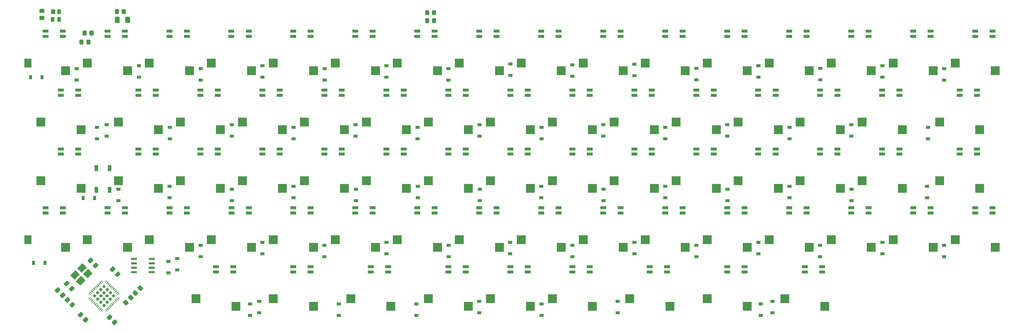
<source format=gbp>
G04 #@! TF.GenerationSoftware,KiCad,Pcbnew,(5.1.10-1-10_14)*
G04 #@! TF.CreationDate,2021-12-19T10:41:02+09:00*
G04 #@! TF.ProjectId,nora,6e6f7261-2e6b-4696-9361-645f70636258,DN:0030*
G04 #@! TF.SameCoordinates,Original*
G04 #@! TF.FileFunction,Paste,Bot*
G04 #@! TF.FilePolarity,Positive*
%FSLAX46Y46*%
G04 Gerber Fmt 4.6, Leading zero omitted, Abs format (unit mm)*
G04 Created by KiCad (PCBNEW (5.1.10-1-10_14)) date 2021-12-19 10:41:02*
%MOMM*%
%LPD*%
G01*
G04 APERTURE LIST*
%ADD10R,2.600000X2.600000*%
%ADD11R,1.200000X0.900000*%
%ADD12R,0.900000X1.200000*%
%ADD13R,2.100000X2.600000*%
%ADD14R,1.800000X0.820000*%
%ADD15C,0.100000*%
%ADD16R,1.000000X1.700000*%
%ADD17R,1.200000X1.400000*%
%ADD18R,1.000000X1.400000*%
G04 APERTURE END LIST*
D10*
X38919516Y-58825520D03*
X27369516Y-56625520D03*
X38919516Y-75825520D03*
X27369516Y-73625520D03*
X208583588Y-109825520D03*
X197033588Y-107625520D03*
X83567912Y-109825520D03*
X72017912Y-107625520D03*
X128216312Y-109825520D03*
X116666312Y-107625520D03*
X253231832Y-109825520D03*
X241681832Y-107625520D03*
X297880232Y-58825520D03*
X286330232Y-56625520D03*
X297880232Y-75825520D03*
X286330232Y-73625520D03*
D11*
X90250000Y-111700000D03*
X90250000Y-108400000D03*
D12*
X27693666Y-43725520D03*
X24393666Y-43725520D03*
X28550000Y-97300000D03*
X25250000Y-97300000D03*
D11*
X37693666Y-44525520D03*
X37693666Y-41225520D03*
X43493666Y-61525520D03*
X43493666Y-58225520D03*
D12*
X42850000Y-78600000D03*
X39550000Y-78600000D03*
D11*
X64100000Y-100150000D03*
X64100000Y-96850000D03*
X55593666Y-43725520D03*
X55593666Y-40425520D03*
X46293666Y-60725520D03*
X46293666Y-57425520D03*
X49700000Y-79350000D03*
X49700000Y-76050000D03*
X66600000Y-99350000D03*
X66600000Y-96050000D03*
X73400000Y-44525520D03*
X73400000Y-41225520D03*
X64493666Y-61525520D03*
X64493666Y-58225520D03*
X64400000Y-78500000D03*
X64400000Y-75200000D03*
X73400000Y-95500000D03*
X73400000Y-92200000D03*
X87600000Y-112500000D03*
X87600000Y-109200000D03*
X91193666Y-43725520D03*
X91193666Y-40425520D03*
X82400000Y-60725000D03*
X82400000Y-57425000D03*
X82400000Y-79350000D03*
X82400000Y-76050000D03*
X91200000Y-94700000D03*
X91200000Y-91400000D03*
X109093666Y-44525520D03*
X109093666Y-41225520D03*
X100200000Y-61525000D03*
X100200000Y-58225000D03*
X100150000Y-78500000D03*
X100150000Y-75200000D03*
X109050000Y-95500000D03*
X109050000Y-92200000D03*
X113200000Y-112500000D03*
X113200000Y-109200000D03*
X126893666Y-43725520D03*
X126893666Y-40425520D03*
X118025000Y-60725000D03*
X118025000Y-57425000D03*
X118100000Y-79350000D03*
X118100000Y-76050000D03*
X126950000Y-94700000D03*
X126950000Y-91400000D03*
X144793666Y-44525520D03*
X144793666Y-41225520D03*
X135925000Y-61525000D03*
X135925000Y-58225000D03*
X135950000Y-78500000D03*
X135950000Y-75200000D03*
X144850000Y-95500000D03*
X144850000Y-92200000D03*
X135550000Y-112500000D03*
X135550000Y-109200000D03*
X162649984Y-43225520D03*
X162649984Y-39925520D03*
X153775000Y-60725000D03*
X153775000Y-57425000D03*
X153800000Y-79350000D03*
X153800000Y-76050000D03*
X162600000Y-94700000D03*
X162600000Y-91400000D03*
X180500000Y-43425520D03*
X180500000Y-40125520D03*
X171600000Y-61525000D03*
X171600000Y-58225000D03*
X171550000Y-78500000D03*
X171550000Y-75200000D03*
X180550000Y-95500000D03*
X180550000Y-92200000D03*
X171600000Y-112500000D03*
X171600000Y-109200000D03*
X198349984Y-43325520D03*
X198349984Y-40025520D03*
X189425000Y-60725000D03*
X189425000Y-57425000D03*
X189500000Y-79350000D03*
X189500000Y-76050000D03*
X198400000Y-94700000D03*
X198400000Y-91400000D03*
X193550000Y-111700000D03*
X193550000Y-108400000D03*
X216243666Y-44475520D03*
X216243666Y-41175520D03*
X207275000Y-61525000D03*
X207275000Y-58225000D03*
X207300000Y-78500000D03*
X207300000Y-75200000D03*
X216250000Y-95500000D03*
X216250000Y-92200000D03*
X234750000Y-112500000D03*
X234750000Y-109200000D03*
X234093666Y-43725520D03*
X234093666Y-40425520D03*
X225150000Y-60725000D03*
X225150000Y-57425000D03*
X225200000Y-79350000D03*
X225200000Y-76050000D03*
X234100000Y-94700000D03*
X234100000Y-91400000D03*
X238150000Y-111700000D03*
X238150000Y-108400000D03*
X251993666Y-44475520D03*
X251993666Y-41175520D03*
X243075000Y-61525000D03*
X243075000Y-58225000D03*
X243100000Y-78500000D03*
X243100000Y-75200000D03*
X251900000Y-95500000D03*
X251900000Y-92200000D03*
X269793666Y-43725520D03*
X269793666Y-40425520D03*
X260850000Y-60725000D03*
X260850000Y-57425000D03*
X260900000Y-79350000D03*
X260900000Y-76050000D03*
X269850000Y-94700000D03*
X269850000Y-91400000D03*
X153700000Y-111700000D03*
X153700000Y-108400000D03*
X287593666Y-44525520D03*
X287593666Y-41225520D03*
X282925000Y-61525000D03*
X282925000Y-58225000D03*
X282700000Y-78500000D03*
X282700000Y-75200000D03*
X287650000Y-95500000D03*
X287650000Y-92200000D03*
D13*
X23654672Y-39625520D03*
D10*
X34454672Y-41825520D03*
D13*
X23654680Y-90625520D03*
D10*
X34454680Y-92825520D03*
X70173424Y-41825520D03*
X58623424Y-39625520D03*
X52314048Y-41825520D03*
X40764048Y-39625520D03*
X52314048Y-92825520D03*
X40764048Y-90625520D03*
X61243736Y-58825520D03*
X49693736Y-56625520D03*
X61243736Y-75825520D03*
X49693736Y-73625520D03*
X70173424Y-92825520D03*
X58623424Y-90625520D03*
X88032800Y-41825520D03*
X76482800Y-39625520D03*
X79103112Y-58825520D03*
X67553112Y-56625520D03*
X79103112Y-75825520D03*
X67553112Y-73625520D03*
X88032800Y-92825520D03*
X76482800Y-90625520D03*
X105892176Y-41825520D03*
X94342176Y-39625520D03*
X96962488Y-58825520D03*
X85412488Y-56625520D03*
X96962488Y-75825520D03*
X85412488Y-73625520D03*
X105892176Y-92825520D03*
X94342176Y-90625520D03*
X123751552Y-41825520D03*
X112201552Y-39625520D03*
X114821864Y-58825520D03*
X103271864Y-56625520D03*
X114821864Y-75825520D03*
X103271864Y-73625520D03*
X123751552Y-92825520D03*
X112201552Y-90625520D03*
X141610928Y-41825520D03*
X130060928Y-39625520D03*
X132681240Y-58825520D03*
X121131240Y-56625520D03*
X132681240Y-75825520D03*
X121131240Y-73625520D03*
X141610928Y-92825520D03*
X130060928Y-90625520D03*
X159470304Y-41825520D03*
X147920304Y-39625520D03*
X150540616Y-58825520D03*
X138990616Y-56625520D03*
X150540616Y-75825520D03*
X138990616Y-73625520D03*
X159470320Y-92825520D03*
X147920320Y-90625520D03*
X177329680Y-41825520D03*
X165779680Y-39625520D03*
X168399992Y-58825520D03*
X156849992Y-56625520D03*
X168399992Y-75825520D03*
X156849992Y-73625520D03*
X177329680Y-92825520D03*
X165779680Y-90625520D03*
X195189056Y-41825520D03*
X183639056Y-39625520D03*
X186259368Y-58825520D03*
X174709368Y-56625520D03*
X186259368Y-75825520D03*
X174709368Y-73625520D03*
X195189056Y-92825520D03*
X183639056Y-90625520D03*
X186259232Y-109825520D03*
X174709232Y-107625520D03*
X213048432Y-41825520D03*
X201498432Y-39625520D03*
X204118744Y-58825520D03*
X192568744Y-56625520D03*
X204118744Y-75825520D03*
X192568744Y-73625520D03*
X213048432Y-92825520D03*
X201498432Y-90625520D03*
X230907808Y-41825520D03*
X219357808Y-39625520D03*
X221978120Y-58825520D03*
X210428120Y-56625520D03*
X221978120Y-75825520D03*
X210428120Y-73625520D03*
X230907808Y-92825520D03*
X219357808Y-90625520D03*
X230907808Y-109825520D03*
X219357808Y-107625520D03*
X248767187Y-41825520D03*
X237217187Y-39625520D03*
X248766992Y-92825520D03*
X237216992Y-90625520D03*
X266626560Y-41825520D03*
X255076560Y-39625520D03*
X257696672Y-58825520D03*
X246146672Y-56625520D03*
X257696672Y-75825520D03*
X246146672Y-73625520D03*
X266626560Y-92825520D03*
X255076560Y-90625520D03*
X284485937Y-41825520D03*
X272935937Y-39625520D03*
X275556032Y-58825520D03*
X264006032Y-56625520D03*
X275556032Y-75825520D03*
X264006032Y-73625520D03*
X284485936Y-92825520D03*
X272935936Y-90625520D03*
X168399872Y-109825520D03*
X156849872Y-107625520D03*
X302345312Y-41825520D03*
X290795312Y-39625520D03*
X302345312Y-92825520D03*
X290795312Y-90625520D03*
X150540512Y-109825520D03*
X138990512Y-107625520D03*
X239837312Y-75825520D03*
X228287312Y-73625520D03*
X105892112Y-109825520D03*
X94342112Y-107625520D03*
X239837312Y-58825520D03*
X228287312Y-56625520D03*
D14*
X301565000Y-31925520D03*
X301565000Y-30425520D03*
X296565000Y-30425520D03*
X296565000Y-31925520D03*
G36*
G01*
X55050000Y-95995000D02*
X55050000Y-96295000D01*
G75*
G02*
X54900000Y-96445000I-150000J0D01*
G01*
X53450000Y-96445000D01*
G75*
G02*
X53300000Y-96295000I0J150000D01*
G01*
X53300000Y-95995000D01*
G75*
G02*
X53450000Y-95845000I150000J0D01*
G01*
X54900000Y-95845000D01*
G75*
G02*
X55050000Y-95995000I0J-150000D01*
G01*
G37*
G36*
G01*
X55050000Y-97265000D02*
X55050000Y-97565000D01*
G75*
G02*
X54900000Y-97715000I-150000J0D01*
G01*
X53450000Y-97715000D01*
G75*
G02*
X53300000Y-97565000I0J150000D01*
G01*
X53300000Y-97265000D01*
G75*
G02*
X53450000Y-97115000I150000J0D01*
G01*
X54900000Y-97115000D01*
G75*
G02*
X55050000Y-97265000I0J-150000D01*
G01*
G37*
G36*
G01*
X55050000Y-98535000D02*
X55050000Y-98835000D01*
G75*
G02*
X54900000Y-98985000I-150000J0D01*
G01*
X53450000Y-98985000D01*
G75*
G02*
X53300000Y-98835000I0J150000D01*
G01*
X53300000Y-98535000D01*
G75*
G02*
X53450000Y-98385000I150000J0D01*
G01*
X54900000Y-98385000D01*
G75*
G02*
X55050000Y-98535000I0J-150000D01*
G01*
G37*
G36*
G01*
X55050000Y-99805000D02*
X55050000Y-100105000D01*
G75*
G02*
X54900000Y-100255000I-150000J0D01*
G01*
X53450000Y-100255000D01*
G75*
G02*
X53300000Y-100105000I0J150000D01*
G01*
X53300000Y-99805000D01*
G75*
G02*
X53450000Y-99655000I150000J0D01*
G01*
X54900000Y-99655000D01*
G75*
G02*
X55050000Y-99805000I0J-150000D01*
G01*
G37*
G36*
G01*
X60200000Y-99805000D02*
X60200000Y-100105000D01*
G75*
G02*
X60050000Y-100255000I-150000J0D01*
G01*
X58600000Y-100255000D01*
G75*
G02*
X58450000Y-100105000I0J150000D01*
G01*
X58450000Y-99805000D01*
G75*
G02*
X58600000Y-99655000I150000J0D01*
G01*
X60050000Y-99655000D01*
G75*
G02*
X60200000Y-99805000I0J-150000D01*
G01*
G37*
G36*
G01*
X60200000Y-98535000D02*
X60200000Y-98835000D01*
G75*
G02*
X60050000Y-98985000I-150000J0D01*
G01*
X58600000Y-98985000D01*
G75*
G02*
X58450000Y-98835000I0J150000D01*
G01*
X58450000Y-98535000D01*
G75*
G02*
X58600000Y-98385000I150000J0D01*
G01*
X60050000Y-98385000D01*
G75*
G02*
X60200000Y-98535000I0J-150000D01*
G01*
G37*
G36*
G01*
X60200000Y-97265000D02*
X60200000Y-97565000D01*
G75*
G02*
X60050000Y-97715000I-150000J0D01*
G01*
X58600000Y-97715000D01*
G75*
G02*
X58450000Y-97565000I0J150000D01*
G01*
X58450000Y-97265000D01*
G75*
G02*
X58600000Y-97115000I150000J0D01*
G01*
X60050000Y-97115000D01*
G75*
G02*
X60200000Y-97265000I0J-150000D01*
G01*
G37*
G36*
G01*
X60200000Y-95995000D02*
X60200000Y-96295000D01*
G75*
G02*
X60050000Y-96445000I-150000J0D01*
G01*
X58600000Y-96445000D01*
G75*
G02*
X58450000Y-96295000I0J150000D01*
G01*
X58450000Y-95995000D01*
G75*
G02*
X58600000Y-95845000I150000J0D01*
G01*
X60050000Y-95845000D01*
G75*
G02*
X60200000Y-95995000I0J-150000D01*
G01*
G37*
D15*
G36*
X39368190Y-97358184D02*
G01*
X40640982Y-98630976D01*
X39156058Y-100115900D01*
X37883266Y-98843108D01*
X39368190Y-97358184D01*
G37*
G36*
X37317580Y-99408794D02*
G01*
X38590372Y-100681586D01*
X37105448Y-102166510D01*
X35832656Y-100893718D01*
X37317580Y-99408794D01*
G37*
G36*
X38943926Y-101035140D02*
G01*
X40216718Y-102307932D01*
X38731794Y-103792856D01*
X37459002Y-102520064D01*
X38943926Y-101035140D01*
G37*
G36*
X40994536Y-98984530D02*
G01*
X42267328Y-100257322D01*
X40782404Y-101742246D01*
X39509612Y-100469454D01*
X40994536Y-98984530D01*
G37*
D16*
X43349984Y-69950520D03*
X43349984Y-76250520D03*
X47149984Y-69950520D03*
X47149984Y-76250520D03*
D17*
X30895000Y-24800520D03*
D18*
X32615000Y-24800520D03*
X32615000Y-27000520D03*
X30715000Y-27000520D03*
G36*
G01*
X50075000Y-26550520D02*
X50075000Y-27800520D01*
G75*
G02*
X49825000Y-28050520I-250000J0D01*
G01*
X48900000Y-28050520D01*
G75*
G02*
X48650000Y-27800520I0J250000D01*
G01*
X48650000Y-26550520D01*
G75*
G02*
X48900000Y-26300520I250000J0D01*
G01*
X49825000Y-26300520D01*
G75*
G02*
X50075000Y-26550520I0J-250000D01*
G01*
G37*
G36*
G01*
X53050000Y-26550520D02*
X53050000Y-27800520D01*
G75*
G02*
X52800000Y-28050520I-250000J0D01*
G01*
X51875000Y-28050520D01*
G75*
G02*
X51625000Y-27800520I0J250000D01*
G01*
X51625000Y-26550520D01*
G75*
G02*
X51875000Y-26300520I250000J0D01*
G01*
X52800000Y-26300520D01*
G75*
G02*
X53050000Y-26550520I0J-250000D01*
G01*
G37*
G36*
G01*
X140050000Y-27850001D02*
X140050000Y-26949999D01*
G75*
G02*
X140299999Y-26700000I249999J0D01*
G01*
X141000001Y-26700000D01*
G75*
G02*
X141250000Y-26949999I0J-249999D01*
G01*
X141250000Y-27850001D01*
G75*
G02*
X141000001Y-28100000I-249999J0D01*
G01*
X140299999Y-28100000D01*
G75*
G02*
X140050000Y-27850001I0J249999D01*
G01*
G37*
G36*
G01*
X138050000Y-27850001D02*
X138050000Y-26949999D01*
G75*
G02*
X138299999Y-26700000I249999J0D01*
G01*
X139000001Y-26700000D01*
G75*
G02*
X139250000Y-26949999I0J-249999D01*
G01*
X139250000Y-27850001D01*
G75*
G02*
X139000001Y-28100000I-249999J0D01*
G01*
X138299999Y-28100000D01*
G75*
G02*
X138050000Y-27850001I0J249999D01*
G01*
G37*
G36*
G01*
X140050000Y-25550001D02*
X140050000Y-24649999D01*
G75*
G02*
X140299999Y-24400000I249999J0D01*
G01*
X141000001Y-24400000D01*
G75*
G02*
X141250000Y-24649999I0J-249999D01*
G01*
X141250000Y-25550001D01*
G75*
G02*
X141000001Y-25800000I-249999J0D01*
G01*
X140299999Y-25800000D01*
G75*
G02*
X140050000Y-25550001I0J249999D01*
G01*
G37*
G36*
G01*
X138050000Y-25550001D02*
X138050000Y-24649999D01*
G75*
G02*
X138299999Y-24400000I249999J0D01*
G01*
X139000001Y-24400000D01*
G75*
G02*
X139250000Y-24649999I0J-249999D01*
G01*
X139250000Y-25550001D01*
G75*
G02*
X139000001Y-25800000I-249999J0D01*
G01*
X138299999Y-25800000D01*
G75*
G02*
X138050000Y-25550001I0J249999D01*
G01*
G37*
D15*
G36*
X45549992Y-110102960D02*
G01*
X45003752Y-109556720D01*
X45549992Y-109010480D01*
X46096232Y-109556720D01*
X45549992Y-110102960D01*
G37*
G36*
X44639592Y-109192560D02*
G01*
X44093352Y-108646320D01*
X44639592Y-108100080D01*
X45185832Y-108646320D01*
X44639592Y-109192560D01*
G37*
G36*
X43729192Y-108282160D02*
G01*
X43182952Y-107735920D01*
X43729192Y-107189680D01*
X44275432Y-107735920D01*
X43729192Y-108282160D01*
G37*
G36*
X42818792Y-107371760D02*
G01*
X42272552Y-106825520D01*
X42818792Y-106279280D01*
X43365032Y-106825520D01*
X42818792Y-107371760D01*
G37*
G36*
X46460392Y-109192560D02*
G01*
X45914152Y-108646320D01*
X46460392Y-108100080D01*
X47006632Y-108646320D01*
X46460392Y-109192560D01*
G37*
G36*
X45549992Y-108282160D02*
G01*
X45003752Y-107735920D01*
X45549992Y-107189680D01*
X46096232Y-107735920D01*
X45549992Y-108282160D01*
G37*
G36*
X44639592Y-107371760D02*
G01*
X44093352Y-106825520D01*
X44639592Y-106279280D01*
X45185832Y-106825520D01*
X44639592Y-107371760D01*
G37*
G36*
X43729192Y-106461360D02*
G01*
X43182952Y-105915120D01*
X43729192Y-105368880D01*
X44275432Y-105915120D01*
X43729192Y-106461360D01*
G37*
G36*
X47370792Y-108282160D02*
G01*
X46824552Y-107735920D01*
X47370792Y-107189680D01*
X47917032Y-107735920D01*
X47370792Y-108282160D01*
G37*
G36*
X46460392Y-107371760D02*
G01*
X45914152Y-106825520D01*
X46460392Y-106279280D01*
X47006632Y-106825520D01*
X46460392Y-107371760D01*
G37*
G36*
X45549992Y-106461360D02*
G01*
X45003752Y-105915120D01*
X45549992Y-105368880D01*
X46096232Y-105915120D01*
X45549992Y-106461360D01*
G37*
G36*
X44639592Y-105550960D02*
G01*
X44093352Y-105004720D01*
X44639592Y-104458480D01*
X45185832Y-105004720D01*
X44639592Y-105550960D01*
G37*
G36*
X48281192Y-107371760D02*
G01*
X47734952Y-106825520D01*
X48281192Y-106279280D01*
X48827432Y-106825520D01*
X48281192Y-107371760D01*
G37*
G36*
X47370792Y-106461360D02*
G01*
X46824552Y-105915120D01*
X47370792Y-105368880D01*
X47917032Y-105915120D01*
X47370792Y-106461360D01*
G37*
G36*
X46460392Y-105550960D02*
G01*
X45914152Y-105004720D01*
X46460392Y-104458480D01*
X47006632Y-105004720D01*
X46460392Y-105550960D01*
G37*
G36*
X45549992Y-104640560D02*
G01*
X45003752Y-104094320D01*
X45549992Y-103548080D01*
X46096232Y-104094320D01*
X45549992Y-104640560D01*
G37*
G36*
X45850512Y-110838351D02*
G01*
X46027289Y-110661574D01*
X46522264Y-111156549D01*
X46345487Y-111333326D01*
X45850512Y-110838351D01*
G37*
G36*
X46204065Y-110484798D02*
G01*
X46380842Y-110308021D01*
X46875817Y-110802996D01*
X46699040Y-110979773D01*
X46204065Y-110484798D01*
G37*
G36*
X46557619Y-110131244D02*
G01*
X46734396Y-109954467D01*
X47229371Y-110449442D01*
X47052594Y-110626219D01*
X46557619Y-110131244D01*
G37*
G36*
X46911172Y-109777691D02*
G01*
X47087949Y-109600914D01*
X47582924Y-110095889D01*
X47406147Y-110272666D01*
X46911172Y-109777691D01*
G37*
G36*
X47264726Y-109424137D02*
G01*
X47441503Y-109247360D01*
X47936478Y-109742335D01*
X47759701Y-109919112D01*
X47264726Y-109424137D01*
G37*
G36*
X47618279Y-109070584D02*
G01*
X47795056Y-108893807D01*
X48290031Y-109388782D01*
X48113254Y-109565559D01*
X47618279Y-109070584D01*
G37*
G36*
X47971832Y-108717031D02*
G01*
X48148609Y-108540254D01*
X48643584Y-109035229D01*
X48466807Y-109212006D01*
X47971832Y-108717031D01*
G37*
G36*
X48325386Y-108363477D02*
G01*
X48502163Y-108186700D01*
X48997138Y-108681675D01*
X48820361Y-108858452D01*
X48325386Y-108363477D01*
G37*
G36*
X48678939Y-108009924D02*
G01*
X48855716Y-107833147D01*
X49350691Y-108328122D01*
X49173914Y-108504899D01*
X48678939Y-108009924D01*
G37*
G36*
X49032493Y-107656370D02*
G01*
X49209270Y-107479593D01*
X49704245Y-107974568D01*
X49527468Y-108151345D01*
X49032493Y-107656370D01*
G37*
G36*
X49386046Y-107302817D02*
G01*
X49562823Y-107126040D01*
X50057798Y-107621015D01*
X49881021Y-107797792D01*
X49386046Y-107302817D01*
G37*
G36*
X49562823Y-106525000D02*
G01*
X49386046Y-106348223D01*
X49881021Y-105853248D01*
X50057798Y-106030025D01*
X49562823Y-106525000D01*
G37*
G36*
X49209270Y-106171447D02*
G01*
X49032493Y-105994670D01*
X49527468Y-105499695D01*
X49704245Y-105676472D01*
X49209270Y-106171447D01*
G37*
G36*
X48855716Y-105817893D02*
G01*
X48678939Y-105641116D01*
X49173914Y-105146141D01*
X49350691Y-105322918D01*
X48855716Y-105817893D01*
G37*
G36*
X48502163Y-105464340D02*
G01*
X48325386Y-105287563D01*
X48820361Y-104792588D01*
X48997138Y-104969365D01*
X48502163Y-105464340D01*
G37*
G36*
X48148609Y-105110786D02*
G01*
X47971832Y-104934009D01*
X48466807Y-104439034D01*
X48643584Y-104615811D01*
X48148609Y-105110786D01*
G37*
G36*
X47795056Y-104757233D02*
G01*
X47618279Y-104580456D01*
X48113254Y-104085481D01*
X48290031Y-104262258D01*
X47795056Y-104757233D01*
G37*
G36*
X47441503Y-104403680D02*
G01*
X47264726Y-104226903D01*
X47759701Y-103731928D01*
X47936478Y-103908705D01*
X47441503Y-104403680D01*
G37*
G36*
X47087949Y-104050126D02*
G01*
X46911172Y-103873349D01*
X47406147Y-103378374D01*
X47582924Y-103555151D01*
X47087949Y-104050126D01*
G37*
G36*
X46734396Y-103696573D02*
G01*
X46557619Y-103519796D01*
X47052594Y-103024821D01*
X47229371Y-103201598D01*
X46734396Y-103696573D01*
G37*
G36*
X46380842Y-103343019D02*
G01*
X46204065Y-103166242D01*
X46699040Y-102671267D01*
X46875817Y-102848044D01*
X46380842Y-103343019D01*
G37*
G36*
X46027289Y-102989466D02*
G01*
X45850512Y-102812689D01*
X46345487Y-102317714D01*
X46522264Y-102494491D01*
X46027289Y-102989466D01*
G37*
G36*
X44577720Y-102494491D02*
G01*
X44754497Y-102317714D01*
X45249472Y-102812689D01*
X45072695Y-102989466D01*
X44577720Y-102494491D01*
G37*
G36*
X44224167Y-102848044D02*
G01*
X44400944Y-102671267D01*
X44895919Y-103166242D01*
X44719142Y-103343019D01*
X44224167Y-102848044D01*
G37*
G36*
X43870613Y-103201598D02*
G01*
X44047390Y-103024821D01*
X44542365Y-103519796D01*
X44365588Y-103696573D01*
X43870613Y-103201598D01*
G37*
G36*
X43517060Y-103555151D02*
G01*
X43693837Y-103378374D01*
X44188812Y-103873349D01*
X44012035Y-104050126D01*
X43517060Y-103555151D01*
G37*
G36*
X43163506Y-103908705D02*
G01*
X43340283Y-103731928D01*
X43835258Y-104226903D01*
X43658481Y-104403680D01*
X43163506Y-103908705D01*
G37*
G36*
X42809953Y-104262258D02*
G01*
X42986730Y-104085481D01*
X43481705Y-104580456D01*
X43304928Y-104757233D01*
X42809953Y-104262258D01*
G37*
G36*
X42456400Y-104615811D02*
G01*
X42633177Y-104439034D01*
X43128152Y-104934009D01*
X42951375Y-105110786D01*
X42456400Y-104615811D01*
G37*
G36*
X42102846Y-104969365D02*
G01*
X42279623Y-104792588D01*
X42774598Y-105287563D01*
X42597821Y-105464340D01*
X42102846Y-104969365D01*
G37*
G36*
X41749293Y-105322918D02*
G01*
X41926070Y-105146141D01*
X42421045Y-105641116D01*
X42244268Y-105817893D01*
X41749293Y-105322918D01*
G37*
G36*
X41395739Y-105676472D02*
G01*
X41572516Y-105499695D01*
X42067491Y-105994670D01*
X41890714Y-106171447D01*
X41395739Y-105676472D01*
G37*
G36*
X41042186Y-106030025D02*
G01*
X41218963Y-105853248D01*
X41713938Y-106348223D01*
X41537161Y-106525000D01*
X41042186Y-106030025D01*
G37*
G36*
X41218963Y-107797792D02*
G01*
X41042186Y-107621015D01*
X41537161Y-107126040D01*
X41713938Y-107302817D01*
X41218963Y-107797792D01*
G37*
G36*
X41572516Y-108151345D02*
G01*
X41395739Y-107974568D01*
X41890714Y-107479593D01*
X42067491Y-107656370D01*
X41572516Y-108151345D01*
G37*
G36*
X41926070Y-108504899D02*
G01*
X41749293Y-108328122D01*
X42244268Y-107833147D01*
X42421045Y-108009924D01*
X41926070Y-108504899D01*
G37*
G36*
X42279623Y-108858452D02*
G01*
X42102846Y-108681675D01*
X42597821Y-108186700D01*
X42774598Y-108363477D01*
X42279623Y-108858452D01*
G37*
G36*
X42633177Y-109212006D02*
G01*
X42456400Y-109035229D01*
X42951375Y-108540254D01*
X43128152Y-108717031D01*
X42633177Y-109212006D01*
G37*
G36*
X42986730Y-109565559D02*
G01*
X42809953Y-109388782D01*
X43304928Y-108893807D01*
X43481705Y-109070584D01*
X42986730Y-109565559D01*
G37*
G36*
X43340283Y-109919112D02*
G01*
X43163506Y-109742335D01*
X43658481Y-109247360D01*
X43835258Y-109424137D01*
X43340283Y-109919112D01*
G37*
G36*
X43693837Y-110272666D02*
G01*
X43517060Y-110095889D01*
X44012035Y-109600914D01*
X44188812Y-109777691D01*
X43693837Y-110272666D01*
G37*
G36*
X44047390Y-110626219D02*
G01*
X43870613Y-110449442D01*
X44365588Y-109954467D01*
X44542365Y-110131244D01*
X44047390Y-110626219D01*
G37*
G36*
X44400944Y-110979773D02*
G01*
X44224167Y-110802996D01*
X44719142Y-110308021D01*
X44895919Y-110484798D01*
X44400944Y-110979773D01*
G37*
G36*
X44754497Y-111333326D02*
G01*
X44577720Y-111156549D01*
X45072695Y-110661574D01*
X45249472Y-110838351D01*
X44754497Y-111333326D01*
G37*
G36*
G01*
X47901301Y-113062304D02*
X47229550Y-113734055D01*
G75*
G02*
X46875996Y-113734055I-176777J176777D01*
G01*
X46398699Y-113256758D01*
G75*
G02*
X46398699Y-112903204I176777J176777D01*
G01*
X47070450Y-112231453D01*
G75*
G02*
X47424004Y-112231453I176777J-176777D01*
G01*
X47901301Y-112708750D01*
G75*
G02*
X47901301Y-113062304I-176777J-176777D01*
G01*
G37*
G36*
G01*
X49368547Y-114529550D02*
X48696796Y-115201301D01*
G75*
G02*
X48343242Y-115201301I-176777J176777D01*
G01*
X47865945Y-114724004D01*
G75*
G02*
X47865945Y-114370450I176777J176777D01*
G01*
X48537696Y-113698699D01*
G75*
G02*
X48891250Y-113698699I176777J-176777D01*
G01*
X49368547Y-114175996D01*
G75*
G02*
X49368547Y-114529550I-176777J-176777D01*
G01*
G37*
G36*
G01*
X42417678Y-96645927D02*
X41745927Y-97317678D01*
G75*
G02*
X41392373Y-97317678I-176777J176777D01*
G01*
X40915076Y-96840381D01*
G75*
G02*
X40915076Y-96486827I176777J176777D01*
G01*
X41586827Y-95815076D01*
G75*
G02*
X41940381Y-95815076I176777J-176777D01*
G01*
X42417678Y-96292373D01*
G75*
G02*
X42417678Y-96645927I-176777J-176777D01*
G01*
G37*
G36*
G01*
X43884924Y-98113173D02*
X43213173Y-98784924D01*
G75*
G02*
X42859619Y-98784924I-176777J176777D01*
G01*
X42382322Y-98307627D01*
G75*
G02*
X42382322Y-97954073I176777J176777D01*
G01*
X43054073Y-97282322D01*
G75*
G02*
X43407627Y-97282322I176777J-176777D01*
G01*
X43884924Y-97759619D01*
G75*
G02*
X43884924Y-98113173I-176777J-176777D01*
G01*
G37*
G36*
G01*
X35482322Y-104654073D02*
X36154073Y-103982322D01*
G75*
G02*
X36507627Y-103982322I176777J-176777D01*
G01*
X36984924Y-104459619D01*
G75*
G02*
X36984924Y-104813173I-176777J-176777D01*
G01*
X36313173Y-105484924D01*
G75*
G02*
X35959619Y-105484924I-176777J176777D01*
G01*
X35482322Y-105007627D01*
G75*
G02*
X35482322Y-104654073I176777J176777D01*
G01*
G37*
G36*
G01*
X34015076Y-103186827D02*
X34686827Y-102515076D01*
G75*
G02*
X35040381Y-102515076I176777J-176777D01*
G01*
X35517678Y-102992373D01*
G75*
G02*
X35517678Y-103345927I-176777J-176777D01*
G01*
X34845927Y-104017678D01*
G75*
G02*
X34492373Y-104017678I-176777J176777D01*
G01*
X34015076Y-103540381D01*
G75*
G02*
X34015076Y-103186827I176777J176777D01*
G01*
G37*
G36*
G01*
X48732322Y-100504073D02*
X49404073Y-99832322D01*
G75*
G02*
X49757627Y-99832322I176777J-176777D01*
G01*
X50234924Y-100309619D01*
G75*
G02*
X50234924Y-100663173I-176777J-176777D01*
G01*
X49563173Y-101334924D01*
G75*
G02*
X49209619Y-101334924I-176777J176777D01*
G01*
X48732322Y-100857627D01*
G75*
G02*
X48732322Y-100504073I176777J176777D01*
G01*
G37*
G36*
G01*
X47265076Y-99036827D02*
X47936827Y-98365076D01*
G75*
G02*
X48290381Y-98365076I176777J-176777D01*
G01*
X48767678Y-98842373D01*
G75*
G02*
X48767678Y-99195927I-176777J-176777D01*
G01*
X48095927Y-99867678D01*
G75*
G02*
X47742373Y-99867678I-176777J176777D01*
G01*
X47265076Y-99390381D01*
G75*
G02*
X47265076Y-99036827I176777J176777D01*
G01*
G37*
G36*
G01*
X53204073Y-108067678D02*
X52532322Y-107395927D01*
G75*
G02*
X52532322Y-107042373I176777J176777D01*
G01*
X53009619Y-106565076D01*
G75*
G02*
X53363173Y-106565076I176777J-176777D01*
G01*
X54034924Y-107236827D01*
G75*
G02*
X54034924Y-107590381I-176777J-176777D01*
G01*
X53557627Y-108067678D01*
G75*
G02*
X53204073Y-108067678I-176777J176777D01*
G01*
G37*
G36*
G01*
X51736827Y-109534924D02*
X51065076Y-108863173D01*
G75*
G02*
X51065076Y-108509619I176777J176777D01*
G01*
X51542373Y-108032322D01*
G75*
G02*
X51895927Y-108032322I176777J-176777D01*
G01*
X52567678Y-108704073D01*
G75*
G02*
X52567678Y-109057627I-176777J-176777D01*
G01*
X52090381Y-109534924D01*
G75*
G02*
X51736827Y-109534924I-176777J176777D01*
G01*
G37*
G36*
G01*
X39482322Y-113654073D02*
X40154073Y-112982322D01*
G75*
G02*
X40507627Y-112982322I176777J-176777D01*
G01*
X40984924Y-113459619D01*
G75*
G02*
X40984924Y-113813173I-176777J-176777D01*
G01*
X40313173Y-114484924D01*
G75*
G02*
X39959619Y-114484924I-176777J176777D01*
G01*
X39482322Y-114007627D01*
G75*
G02*
X39482322Y-113654073I176777J176777D01*
G01*
G37*
G36*
G01*
X38015076Y-112186827D02*
X38686827Y-111515076D01*
G75*
G02*
X39040381Y-111515076I176777J-176777D01*
G01*
X39517678Y-111992373D01*
G75*
G02*
X39517678Y-112345927I-176777J-176777D01*
G01*
X38845927Y-113017678D01*
G75*
G02*
X38492373Y-113017678I-176777J176777D01*
G01*
X38015076Y-112540381D01*
G75*
G02*
X38015076Y-112186827I176777J176777D01*
G01*
G37*
G36*
G01*
X32882322Y-106554073D02*
X33554073Y-105882322D01*
G75*
G02*
X33907627Y-105882322I176777J-176777D01*
G01*
X34384924Y-106359619D01*
G75*
G02*
X34384924Y-106713173I-176777J-176777D01*
G01*
X33713173Y-107384924D01*
G75*
G02*
X33359619Y-107384924I-176777J176777D01*
G01*
X32882322Y-106907627D01*
G75*
G02*
X32882322Y-106554073I176777J176777D01*
G01*
G37*
G36*
G01*
X31415076Y-105086827D02*
X32086827Y-104415076D01*
G75*
G02*
X32440381Y-104415076I176777J-176777D01*
G01*
X32917678Y-104892373D01*
G75*
G02*
X32917678Y-105245927I-176777J-176777D01*
G01*
X32245927Y-105917678D01*
G75*
G02*
X31892373Y-105917678I-176777J176777D01*
G01*
X31415076Y-105440381D01*
G75*
G02*
X31415076Y-105086827I176777J176777D01*
G01*
G37*
G36*
G01*
X50650000Y-25225521D02*
X50650000Y-24325519D01*
G75*
G02*
X50899999Y-24075520I249999J0D01*
G01*
X51600001Y-24075520D01*
G75*
G02*
X51850000Y-24325519I0J-249999D01*
G01*
X51850000Y-25225521D01*
G75*
G02*
X51600001Y-25475520I-249999J0D01*
G01*
X50899999Y-25475520D01*
G75*
G02*
X50650000Y-25225521I0J249999D01*
G01*
G37*
G36*
G01*
X48650000Y-25225521D02*
X48650000Y-24325519D01*
G75*
G02*
X48899999Y-24075520I249999J0D01*
G01*
X49600001Y-24075520D01*
G75*
G02*
X49850000Y-24325519I0J-249999D01*
G01*
X49850000Y-25225521D01*
G75*
G02*
X49600001Y-25475520I-249999J0D01*
G01*
X48899999Y-25475520D01*
G75*
G02*
X48650000Y-25225521I0J249999D01*
G01*
G37*
G36*
G01*
X27199999Y-26000520D02*
X28100001Y-26000520D01*
G75*
G02*
X28350000Y-26250519I0J-249999D01*
G01*
X28350000Y-26950521D01*
G75*
G02*
X28100001Y-27200520I-249999J0D01*
G01*
X27199999Y-27200520D01*
G75*
G02*
X26950000Y-26950521I0J249999D01*
G01*
X26950000Y-26250519D01*
G75*
G02*
X27199999Y-26000520I249999J0D01*
G01*
G37*
G36*
G01*
X27199999Y-24000520D02*
X28100001Y-24000520D01*
G75*
G02*
X28350000Y-24250519I0J-249999D01*
G01*
X28350000Y-24950521D01*
G75*
G02*
X28100001Y-25200520I-249999J0D01*
G01*
X27199999Y-25200520D01*
G75*
G02*
X26950000Y-24950521I0J249999D01*
G01*
X26950000Y-24250519D01*
G75*
G02*
X27199999Y-24000520I249999J0D01*
G01*
G37*
G36*
G01*
X40550000Y-30525519D02*
X40550000Y-31425521D01*
G75*
G02*
X40300001Y-31675520I-249999J0D01*
G01*
X39599999Y-31675520D01*
G75*
G02*
X39350000Y-31425521I0J249999D01*
G01*
X39350000Y-30525519D01*
G75*
G02*
X39599999Y-30275520I249999J0D01*
G01*
X40300001Y-30275520D01*
G75*
G02*
X40550000Y-30525519I0J-249999D01*
G01*
G37*
G36*
G01*
X42550000Y-30525519D02*
X42550000Y-31425521D01*
G75*
G02*
X42300001Y-31675520I-249999J0D01*
G01*
X41599999Y-31675520D01*
G75*
G02*
X41350000Y-31425521I0J249999D01*
G01*
X41350000Y-30525519D01*
G75*
G02*
X41599999Y-30275520I249999J0D01*
G01*
X42300001Y-30275520D01*
G75*
G02*
X42550000Y-30525519I0J-249999D01*
G01*
G37*
G36*
G01*
X40450000Y-34025521D02*
X40450000Y-33125519D01*
G75*
G02*
X40699999Y-32875520I249999J0D01*
G01*
X41400001Y-32875520D01*
G75*
G02*
X41650000Y-33125519I0J-249999D01*
G01*
X41650000Y-34025521D01*
G75*
G02*
X41400001Y-34275520I-249999J0D01*
G01*
X40699999Y-34275520D01*
G75*
G02*
X40450000Y-34025521I0J249999D01*
G01*
G37*
G36*
G01*
X38450000Y-34025521D02*
X38450000Y-33125519D01*
G75*
G02*
X38699999Y-32875520I249999J0D01*
G01*
X39400001Y-32875520D01*
G75*
G02*
X39650000Y-33125519I0J-249999D01*
G01*
X39650000Y-34025521D01*
G75*
G02*
X39400001Y-34275520I-249999J0D01*
G01*
X38699999Y-34275520D01*
G75*
G02*
X38450000Y-34025521I0J249999D01*
G01*
G37*
G36*
G01*
X35664644Y-109301042D02*
X36301042Y-108664644D01*
G75*
G02*
X36654594Y-108664644I176776J-176776D01*
G01*
X37149570Y-109159620D01*
G75*
G02*
X37149570Y-109513172I-176776J-176776D01*
G01*
X36513172Y-110149570D01*
G75*
G02*
X36159620Y-110149570I-176776J176776D01*
G01*
X35664644Y-109654594D01*
G75*
G02*
X35664644Y-109301042I176776J176776D01*
G01*
G37*
G36*
G01*
X34250430Y-107886828D02*
X34886828Y-107250430D01*
G75*
G02*
X35240380Y-107250430I176776J-176776D01*
G01*
X35735356Y-107745406D01*
G75*
G02*
X35735356Y-108098958I-176776J-176776D01*
G01*
X35098958Y-108735356D01*
G75*
G02*
X34745406Y-108735356I-176776J176776D01*
G01*
X34250430Y-108240380D01*
G75*
G02*
X34250430Y-107886828I176776J176776D01*
G01*
G37*
G36*
G01*
X54698958Y-105264644D02*
X55335356Y-105901042D01*
G75*
G02*
X55335356Y-106254594I-176776J-176776D01*
G01*
X54840380Y-106749570D01*
G75*
G02*
X54486828Y-106749570I-176776J176776D01*
G01*
X53850430Y-106113172D01*
G75*
G02*
X53850430Y-105759620I176776J176776D01*
G01*
X54345406Y-105264644D01*
G75*
G02*
X54698958Y-105264644I176776J-176776D01*
G01*
G37*
G36*
G01*
X56113172Y-103850430D02*
X56749570Y-104486828D01*
G75*
G02*
X56749570Y-104840380I-176776J-176776D01*
G01*
X56254594Y-105335356D01*
G75*
G02*
X55901042Y-105335356I-176776J176776D01*
G01*
X55264644Y-104698958D01*
G75*
G02*
X55264644Y-104345406I176776J176776D01*
G01*
X55759620Y-103850430D01*
G75*
G02*
X56113172Y-103850430I176776J-176776D01*
G01*
G37*
D14*
X33679672Y-31925520D03*
X33679672Y-30425520D03*
X28679672Y-30425520D03*
X28679672Y-31925520D03*
X46534333Y-31925520D03*
X46534333Y-30425520D03*
X51534333Y-30425520D03*
X51534333Y-31925520D03*
X69393666Y-31925520D03*
X69393666Y-30425520D03*
X64393666Y-30425520D03*
X64393666Y-31925520D03*
X82252999Y-31925520D03*
X82252999Y-30425520D03*
X87252999Y-30425520D03*
X87252999Y-31925520D03*
X105112332Y-31925520D03*
X105112332Y-30425520D03*
X100112332Y-30425520D03*
X100112332Y-31925520D03*
X117971665Y-31925520D03*
X117971665Y-30425520D03*
X122971665Y-30425520D03*
X122971665Y-31925520D03*
X140830998Y-31925520D03*
X140830998Y-30425520D03*
X135830998Y-30425520D03*
X135830998Y-31925520D03*
X153690331Y-31925520D03*
X153690331Y-30425520D03*
X158690331Y-30425520D03*
X158690331Y-31925520D03*
X176549664Y-31925520D03*
X176549664Y-30425520D03*
X171549664Y-30425520D03*
X171549664Y-31925520D03*
X189408997Y-31925520D03*
X189408997Y-30425520D03*
X194408997Y-30425520D03*
X194408997Y-31925520D03*
X212268330Y-31925520D03*
X212268330Y-30425520D03*
X207268330Y-30425520D03*
X207268330Y-31925520D03*
X225127663Y-31925520D03*
X225127663Y-30425520D03*
X230127663Y-30425520D03*
X230127663Y-31925520D03*
X247986996Y-31925520D03*
X247986996Y-30425520D03*
X242986996Y-30425520D03*
X242986996Y-31925520D03*
X260846329Y-31925520D03*
X260846329Y-30425520D03*
X265846329Y-30425520D03*
X265846329Y-31925520D03*
X278705662Y-31925520D03*
X278705662Y-30425520D03*
X283705662Y-30425520D03*
X283705662Y-31925520D03*
X292100506Y-47425520D03*
X292100506Y-48925520D03*
X297100506Y-48925520D03*
X297100506Y-47425520D03*
X274776306Y-47425520D03*
X274776306Y-48925520D03*
X269776306Y-48925520D03*
X269776306Y-47425520D03*
X251916946Y-47425520D03*
X251916946Y-48925520D03*
X256916946Y-48925520D03*
X256916946Y-47425520D03*
X239057586Y-47425520D03*
X239057586Y-48925520D03*
X234057586Y-48925520D03*
X234057586Y-47425520D03*
X216198226Y-47425520D03*
X216198226Y-48925520D03*
X221198226Y-48925520D03*
X221198226Y-47425520D03*
X203338866Y-47425520D03*
X203338866Y-48925520D03*
X198338866Y-48925520D03*
X198338866Y-47425520D03*
X180479506Y-47425520D03*
X180479506Y-48925520D03*
X185479506Y-48925520D03*
X185479506Y-47425520D03*
X167620146Y-47425520D03*
X167620146Y-48925520D03*
X162620146Y-48925520D03*
X162620146Y-47425520D03*
X144760786Y-47425520D03*
X144760786Y-48925520D03*
X149760786Y-48925520D03*
X149760786Y-47425520D03*
X131901426Y-47425520D03*
X131901426Y-48925520D03*
X126901426Y-48925520D03*
X126901426Y-47425520D03*
X109042066Y-47425520D03*
X109042066Y-48925520D03*
X114042066Y-48925520D03*
X114042066Y-47425520D03*
X96182706Y-47425520D03*
X96182706Y-48925520D03*
X91182706Y-48925520D03*
X91182706Y-47425520D03*
X73323346Y-47425520D03*
X73323346Y-48925520D03*
X78323346Y-48925520D03*
X78323346Y-47425520D03*
X55463986Y-47425520D03*
X55463986Y-48925520D03*
X60463986Y-48925520D03*
X60463986Y-47425520D03*
X38139786Y-47425520D03*
X38139786Y-48925520D03*
X33139786Y-48925520D03*
X33139786Y-47425520D03*
X33139786Y-65925520D03*
X33139786Y-64425520D03*
X38139786Y-64425520D03*
X38139786Y-65925520D03*
X60463986Y-65925520D03*
X60463986Y-64425520D03*
X55463986Y-64425520D03*
X55463986Y-65925520D03*
X73323346Y-65925520D03*
X73323346Y-64425520D03*
X78323346Y-64425520D03*
X78323346Y-65925520D03*
X96182706Y-65925520D03*
X96182706Y-64425520D03*
X91182706Y-64425520D03*
X91182706Y-65925520D03*
X109042066Y-65925520D03*
X109042066Y-64425520D03*
X114042066Y-64425520D03*
X114042066Y-65925520D03*
X131901426Y-65925520D03*
X131901426Y-64425520D03*
X126901426Y-64425520D03*
X126901426Y-65925520D03*
X144760786Y-65925520D03*
X144760786Y-64425520D03*
X149760786Y-64425520D03*
X149760786Y-65925520D03*
X167620146Y-65925520D03*
X167620146Y-64425520D03*
X162620146Y-64425520D03*
X162620146Y-65925520D03*
X180479506Y-65925520D03*
X180479506Y-64425520D03*
X185479506Y-64425520D03*
X185479506Y-65925520D03*
X203338866Y-65925520D03*
X203338866Y-64425520D03*
X198338866Y-64425520D03*
X198338866Y-65925520D03*
X216198226Y-65925520D03*
X216198226Y-64425520D03*
X221198226Y-64425520D03*
X221198226Y-65925520D03*
X239057586Y-65925520D03*
X239057586Y-64425520D03*
X234057586Y-64425520D03*
X234057586Y-65925520D03*
X251916946Y-65925520D03*
X251916946Y-64425520D03*
X256916946Y-64425520D03*
X256916946Y-65925520D03*
X274776306Y-65925520D03*
X274776306Y-64425520D03*
X269776306Y-64425520D03*
X269776306Y-65925520D03*
X297100506Y-65925520D03*
X297100506Y-64425520D03*
X292100506Y-64425520D03*
X292100506Y-65925520D03*
X296565346Y-81425520D03*
X296565346Y-82925520D03*
X301565346Y-82925520D03*
X301565346Y-81425520D03*
X283705986Y-81425520D03*
X283705986Y-82925520D03*
X278705986Y-82925520D03*
X278705986Y-81425520D03*
X260846626Y-81425520D03*
X260846626Y-82925520D03*
X265846626Y-82925520D03*
X265846626Y-81425520D03*
X247987266Y-81425520D03*
X247987266Y-82925520D03*
X242987266Y-82925520D03*
X242987266Y-81425520D03*
X225127906Y-81425520D03*
X225127906Y-82925520D03*
X230127906Y-82925520D03*
X230127906Y-81425520D03*
X212268546Y-81425520D03*
X212268546Y-82925520D03*
X207268546Y-82925520D03*
X207268546Y-81425520D03*
X189409186Y-81425520D03*
X189409186Y-82925520D03*
X194409186Y-82925520D03*
X194409186Y-81425520D03*
X176549826Y-81425520D03*
X176549826Y-82925520D03*
X171549826Y-82925520D03*
X171549826Y-81425520D03*
X158690466Y-81425520D03*
X158690466Y-82925520D03*
X153690466Y-82925520D03*
X153690466Y-81425520D03*
X140831106Y-81425520D03*
X140831106Y-82925520D03*
X135831106Y-82925520D03*
X135831106Y-81425520D03*
X117971746Y-81425520D03*
X117971746Y-82925520D03*
X122971746Y-82925520D03*
X122971746Y-81425520D03*
X105112386Y-81425520D03*
X105112386Y-82925520D03*
X100112386Y-82925520D03*
X100112386Y-81425520D03*
X82253026Y-81425520D03*
X82253026Y-82925520D03*
X87253026Y-82925520D03*
X87253026Y-81425520D03*
X69393666Y-81425520D03*
X69393666Y-82925520D03*
X64393666Y-82925520D03*
X64393666Y-81425520D03*
X51534306Y-81425520D03*
X51534306Y-82925520D03*
X46534306Y-82925520D03*
X46534306Y-81425520D03*
X33674946Y-81425520D03*
X33674946Y-82925520D03*
X28674946Y-82925520D03*
X28674946Y-81425520D03*
X77788186Y-99925520D03*
X77788186Y-98425520D03*
X82788186Y-98425520D03*
X82788186Y-99925520D03*
X105112386Y-99925520D03*
X105112386Y-98425520D03*
X100112386Y-98425520D03*
X100112386Y-99925520D03*
X122436586Y-99925520D03*
X122436586Y-98425520D03*
X127436586Y-98425520D03*
X127436586Y-99925520D03*
X149760786Y-99925520D03*
X149760786Y-98425520D03*
X144760786Y-98425520D03*
X144760786Y-99925520D03*
X167620146Y-99925520D03*
X167620146Y-98425520D03*
X162620146Y-98425520D03*
X162620146Y-99925520D03*
X185479506Y-99925520D03*
X185479506Y-98425520D03*
X180479506Y-98425520D03*
X180479506Y-99925520D03*
X207803706Y-99925520D03*
X207803706Y-98425520D03*
X202803706Y-98425520D03*
X202803706Y-99925520D03*
X225127906Y-99925520D03*
X225127906Y-98425520D03*
X230127906Y-98425520D03*
X230127906Y-99925520D03*
X247452106Y-99925520D03*
X247452106Y-98425520D03*
X252452106Y-98425520D03*
X252452106Y-99925520D03*
M02*

</source>
